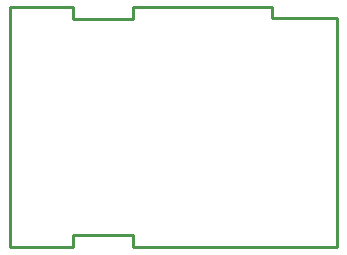
<source format=gbr>
G04 #@! TF.GenerationSoftware,KiCad,Pcbnew,8.0.6*
G04 #@! TF.CreationDate,2025-01-19T08:52:11-05:00*
G04 #@! TF.ProjectId,usbabrkout,75736261-6272-46b6-9f75-742e6b696361,v1.0.0*
G04 #@! TF.SameCoordinates,Original*
G04 #@! TF.FileFunction,Profile,NP*
%FSLAX46Y46*%
G04 Gerber Fmt 4.6, Leading zero omitted, Abs format (unit mm)*
G04 Created by KiCad (PCBNEW 8.0.6) date 2025-01-19 08:52:11*
%MOMM*%
%LPD*%
G01*
G04 APERTURE LIST*
G04 #@! TA.AperFunction,Profile*
%ADD10C,0.254000*%
G04 #@! TD*
G04 APERTURE END LIST*
D10*
X133604000Y-91440000D02*
X128270000Y-91440000D01*
X138684000Y-92456000D02*
X138684000Y-91440000D01*
X133604000Y-111760000D02*
X133604000Y-110744000D01*
X133604000Y-111760000D02*
X128270000Y-111760000D01*
X156000000Y-111760000D02*
X138684000Y-111760000D01*
X156000000Y-92350000D02*
X156000000Y-111760000D01*
X138684000Y-91440000D02*
X150480000Y-91440000D01*
X150480000Y-91440000D02*
X150480000Y-92350000D01*
X138684000Y-110744000D02*
X138684000Y-111760000D01*
X128270000Y-111760000D02*
X128270000Y-91440000D01*
X133604000Y-91440000D02*
X133604000Y-92456000D01*
X150480000Y-92350000D02*
X156000000Y-92350000D01*
X133604000Y-110744000D02*
X138684000Y-110744000D01*
X133604000Y-92456000D02*
X138684000Y-92456000D01*
M02*

</source>
